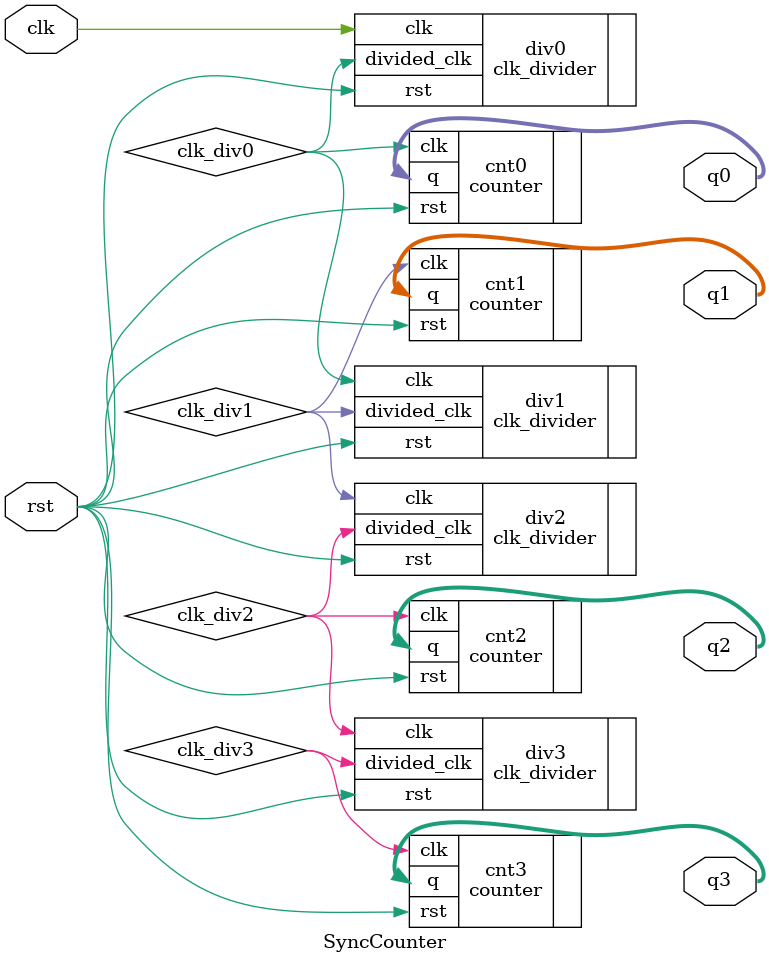
<source format=v>
module SyncCounter (
    input wire rst,     
    input wire clk,      
    output wire [3:0] q0,
    output wire [3:0] q1, 
    output wire [3:0] q2, 
    output wire [3:0] q3  
);

    wire clk_div0;
    wire clk_div1;
    wire clk_div2;
    wire clk_div3;

    clk_divider #(.DIVIDE_BY(10)) div0 (.clk(clk), .rst(rst), .divided_clk(clk_div0));
    clk_divider #(.DIVIDE_BY(100)) div1 (.clk(clk_div0), .rst(rst), .divided_clk(clk_div1));
    clk_divider #(.DIVIDE_BY(1000)) div2 (.clk(clk_div1), .rst(rst), .divided_clk(clk_div2));
    clk_divider #(.DIVIDE_BY(10000)) div3 (.clk(clk_div2), .rst(rst), .divided_clk(clk_div3));

    counter cnt0 (.clk(clk_div0), .rst(rst), .q(q0));
    counter cnt1 (.clk(clk_div1), .rst(rst), .q(q1));
    counter cnt2 (.clk(clk_div2), .rst(rst), .q(q2));
    counter cnt3 (.clk(clk_div3), .rst(rst), .q(q3));

endmodule

</source>
